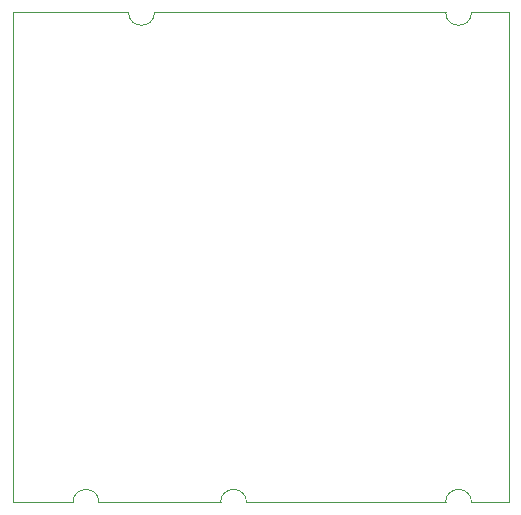
<source format=gbr>
%TF.GenerationSoftware,KiCad,Pcbnew,8.0.4*%
%TF.CreationDate,2024-09-26T12:10:35+10:00*%
%TF.ProjectId,OuchButtonV2,4f756368-4275-4747-946f-6e56322e6b69,rev?*%
%TF.SameCoordinates,Original*%
%TF.FileFunction,Profile,NP*%
%FSLAX46Y46*%
G04 Gerber Fmt 4.6, Leading zero omitted, Abs format (unit mm)*
G04 Created by KiCad (PCBNEW 8.0.4) date 2024-09-26 12:10:35*
%MOMM*%
%LPD*%
G01*
G04 APERTURE LIST*
%TA.AperFunction,Profile*%
%ADD10C,0.050000*%
%TD*%
G04 APERTURE END LIST*
D10*
X85000000Y-71000000D02*
G75*
G02*
X82800000Y-71000000I-1100000J0D01*
G01*
X78100000Y-112500000D02*
G75*
G02*
X80300000Y-112500000I1100000J0D01*
G01*
X80300000Y-112500000D02*
X90600000Y-112500000D01*
X115000000Y-71000000D02*
X115000000Y-112500000D01*
X111850000Y-71000000D02*
X115000000Y-71000000D01*
X111850000Y-112500000D02*
X115000000Y-112500000D01*
X111850000Y-71000000D02*
G75*
G02*
X109650000Y-71000000I-1100000J0D01*
G01*
X90600000Y-112500000D02*
G75*
G02*
X92800000Y-112500000I1100000J0D01*
G01*
X73000000Y-112500000D02*
X78100000Y-112500000D01*
X109650000Y-112500000D02*
G75*
G02*
X111850000Y-112500000I1100000J0D01*
G01*
X92800000Y-112500000D02*
X109650000Y-112500000D01*
X73000000Y-71000000D02*
X73000000Y-112500000D01*
X85000000Y-71000000D02*
X109650000Y-71000000D01*
X73000000Y-71000000D02*
X82800000Y-71000000D01*
M02*

</source>
